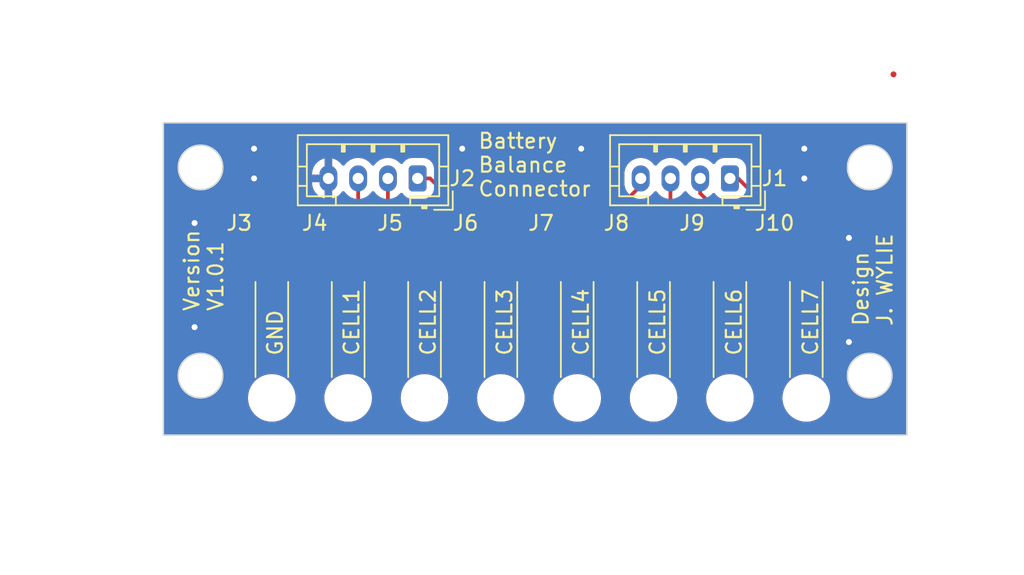
<source format=kicad_pcb>
(kicad_pcb (version 20221018) (generator pcbnew)
  (layers (0 "F.Cu" signal) (31 "B.Cu" signal) (34 "B.Paste" user) (35 "F.Paste" user) (36 "B.SilkS" user "B.Silkscreen") (37 "F.SilkS" user "F.Silkscreen") (38 "B.Mask" user) (39 "F.Mask" user) (44 "Edge.Cuts" user))
  (net 0 "")
  (net 1 "/CELL7")
  (net 2 "/CELL6")
  (net 3 "/CELL5")
  (net 4 "/CELL4")
  (net 5 "GND")
  (net 6 "/CELL1")
  (net 7 "/CELL2")
  (net 8 "/CELL3")
  (footprint "Connector_Wire:SolderWirePad_1x01_SMD_2x4mm_2.7mmRelief" (layer "F.Cu") (at 104.33125 78.5)
    (fp_text reference "J7" (at -2.43193 -1.76) (layer "F.SilkS"))
    (fp_text value "Conn_01x01")
    (fp_line (start -1.1 2.2) (end -1.1 8.6) (stroke (width 0.12)) (layer "F.SilkS"))
    (fp_line (start 1.1 2.2) (end 1.1 8.6) (stroke (width 0.12)) (layer "F.SilkS"))
    (pad "" np_thru_hole circle (at 0 10) (size 2.7 2.7) (drill 2.7) (layers "F&B.Cu" "*.Mask"))
    (pad "1" smd rect (at 0 0) (size 2 4) (layers "F.Cu" "F.Paste" "F.Mask") (net 4 "/CELL4"))
  )
  (footprint "Connector_Wire:SolderWirePad_1x01_SMD_2x4mm_2.7mmRelief" (layer "F.Cu") (at 109.465625 78.5)
    (fp_text reference "J8" (at -2.491475 -1.76) (layer "F.SilkS"))
    (fp_text value "Conn_01x01")
    (fp_line (start -1.1 2.2) (end -1.1 8.6) (stroke (width 0.12)) (layer "F.SilkS"))
    (fp_line (start 1.1 2.2) (end 1.1 8.6) (stroke (width 0.12)) (layer "F.SilkS"))
    (pad "" np_thru_hole circle (at 0 10) (size 2.7 2.7) (drill 2.7) (layers "F&B.Cu" "*.Mask"))
    (pad "1" smd rect (at 0 0) (size 2 4) (layers "F.Cu" "F.Paste" "F.Mask") (net 3 "/CELL5"))
  )
  (footprint "Connector_Wire:SolderWirePad_1x01_SMD_2x4mm_2.7mmRelief" (layer "F.Cu") (at 88.928125 78.5)
    (fp_text reference "J4" (at -2.253295 -1.76) (layer "F.SilkS"))
    (fp_text value "Conn_01x01")
    (fp_line (start -1.1 2.2) (end -1.1 8.6) (stroke (width 0.12)) (layer "F.SilkS"))
    (fp_line (start 1.1 2.2) (end 1.1 8.6) (stroke (width 0.12)) (layer "F.SilkS"))
    (pad "" np_thru_hole circle (at 0 10) (size 2.7 2.7) (drill 2.7) (layers "F&B.Cu" "*.Mask"))
    (pad "1" smd rect (at 0 0) (size 2 4) (layers "F.Cu" "F.Paste" "F.Mask") (net 6 "/CELL1"))
  )
  (footprint "Connector_Wire:SolderWirePad_1x01_SMD_2x4mm_2.7mmRelief" (layer "F.Cu") (at 83.79375 78.5)
    (fp_text reference "J3" (at -2.19375 -1.76) (layer "F.SilkS"))
    (fp_text value "Conn_01x01")
    (fp_line (start -1.1 2.2) (end -1.1 8.6) (stroke (width 0.12)) (layer "F.SilkS"))
    (fp_line (start 1.1 2.2) (end 1.1 8.6) (stroke (width 0.12)) (layer "F.SilkS"))
    (pad "" np_thru_hole circle (at 0 10) (size 2.7 2.7) (drill 2.7) (layers "F&B.Cu" "*.Mask"))
    (pad "1" smd rect (at 0 0) (size 2 4) (layers "F.Cu" "F.Paste" "F.Mask") (net 5 "GND"))
  )
  (footprint "Connector_Wire:SolderWirePad_1x01_SMD_2x4mm_2.7mmRelief" (layer "F.Cu") (at 99.196875 78.5)
    (fp_text reference "J6" (at -2.372385 -1.76) (layer "F.SilkS"))
    (fp_text value "Conn_01x01")
    (fp_line (start -1.1 2.2) (end -1.1 8.6) (stroke (width 0.12)) (layer "F.SilkS"))
    (fp_line (start 1.1 2.2) (end 1.1 8.6) (stroke (width 0.12)) (layer "F.SilkS"))
    (pad "" np_thru_hole circle (at 0 10) (size 2.7 2.7) (drill 2.7) (layers "F&B.Cu" "*.Mask"))
    (pad "1" smd rect (at 0 0) (size 2 4) (layers "F.Cu" "F.Paste" "F.Mask") (net 8 "/CELL3"))
  )
  (footprint "Connector_Wire:SolderWirePad_1x01_SMD_2x4mm_2.7mmRelief" (layer "F.Cu") (at 119.734375 78.5)
    (fp_text reference "J10" (at -2.134375 -1.76) (layer "F.SilkS"))
    (fp_text value "Conn_01x01")
    (fp_line (start -1.1 2.2) (end -1.1 8.6) (stroke (width 0.12)) (layer "F.SilkS"))
    (fp_line (start 1.1 2.2) (end 1.1 8.6) (stroke (width 0.12)) (layer "F.SilkS"))
    (pad "" np_thru_hole circle (at 0 10) (size 2.7 2.7) (drill 2.7) (layers "F&B.Cu" "*.Mask"))
    (pad "1" smd rect (at 0 0) (size 2 4) (layers "F.Cu" "F.Paste" "F.Mask") (net 1 "/CELL7"))
  )
  (footprint "Connector_Wire:SolderWirePad_1x01_SMD_2x4mm_2.7mmRelief" (layer "F.Cu") (at 94.0625 78.5)
    (fp_text reference "J5" (at -2.31284 -1.76) (layer "F.SilkS"))
    (fp_text value "Conn_01x01")
    (fp_line (start -1.1 2.2) (end -1.1 8.6) (stroke (width 0.12)) (layer "F.SilkS"))
    (fp_line (start 1.1 2.2) (end 1.1 8.6) (stroke (width 0.12)) (layer "F.SilkS"))
    (pad "" np_thru_hole circle (at 0 10) (size 2.7 2.7) (drill 2.7) (layers "F&B.Cu" "*.Mask"))
    (pad "1" smd rect (at 0 0) (size 2 4) (layers "F.Cu" "F.Paste" "F.Mask") (net 7 "/CELL2"))
  )
  (footprint "Connector_Wire:SolderWirePad_1x01_SMD_2x4mm_2.7mmRelief" (layer "F.Cu") (at 114.6 78.5)
    (fp_text reference "J9" (at -2.55102 -1.76) (layer "F.SilkS"))
    (fp_text value "Conn_01x01")
    (fp_line (start -1.1 2.2) (end -1.1 8.6) (stroke (width 0.12)) (layer "F.SilkS"))
    (fp_line (start 1.1 2.2) (end 1.1 8.6) (stroke (width 0.12)) (layer "F.SilkS"))
    (pad "" np_thru_hole circle (at 0 10) (size 2.7 2.7) (drill 2.7) (layers "F&B.Cu" "*.Mask"))
    (pad "1" smd rect (at 0 0) (size 2 4) (layers "F.Cu" "F.Paste" "F.Mask") (net 2 "/CELL6"))
  )
  (footprint "Connector_JST:JST_PH_B4B-PH-K_1x04_P2.00mm_Vertical" (layer "F.Cu") (at 93.6 73.74 180)
    (fp_text reference "J2" (at -3 0 180) (layer "F.SilkS"))
    (fp_text value "Conn_01x04")
    (fp_line (start -2.36 -2.11) (end -2.36 -0.86) (stroke (width 0.12)) (layer "F.SilkS"))
    (fp_line (start -2.06 -1.81) (end -2.06 2.91) (stroke (width 0.12)) (layer "F.SilkS"))
    (fp_line (start -2.06 -0.5) (end -1.45 -0.5) (stroke (width 0.12)) (layer "F.SilkS"))
    (fp_line (start -2.06 0.8) (end -1.45 0.8) (stroke (width 0.12)) (layer "F.SilkS"))
    (fp_line (start -2.06 2.91) (end 8.06 2.91) (stroke (width 0.12)) (layer "F.SilkS"))
    (fp_line (start -1.45 -1.2) (end -1.45 2.3) (stroke (width 0.12)) (layer "F.SilkS"))
    (fp_line (start -1.45 2.3) (end 7.45 2.3) (stroke (width 0.12)) (layer "F.SilkS"))
    (fp_line (start -1.11 -2.11) (end -2.36 -2.11) (stroke (width 0.12)) (layer "F.SilkS"))
    (fp_line (start -0.6 -2.01) (end -0.6 -1.81) (stroke (width 0.12)) (layer "F.SilkS"))
    (fp_line (start -0.3 -2.01) (end -0.6 -2.01) (stroke (width 0.12)) (layer "F.SilkS"))
    (fp_line (start -0.3 -1.91) (end -0.6 -1.91) (stroke (width 0.12)) (layer "F.SilkS"))
    (fp_line (start -0.3 -1.81) (end -0.3 -2.01) (stroke (width 0.12)) (layer "F.SilkS"))
    (fp_line (start 0.5 -1.81) (end 0.5 -1.2) (stroke (width 0.12)) (layer "F.SilkS"))
    (fp_line (start 0.5 -1.2) (end -1.45 -1.2) (stroke (width 0.12)) (layer "F.SilkS"))
    (fp_line (start 0.9 1.8) (end 1.1 1.8) (stroke (width 0.12)) (layer "F.SilkS"))
    (fp_line (start 0.9 2.3) (end 0.9 1.8) (stroke (width 0.12)) (layer "F.SilkS"))
    (fp_line (start 1 2.3) (end 1 1.8) (stroke (width 0.12)) (layer "F.SilkS"))
    (fp_line (start 1.1 1.8) (end 1.1 2.3) (stroke (width 0.12)) (layer "F.SilkS"))
    (fp_line (start 2.9 1.8) (end 3.1 1.8) (stroke (width 0.12)) (layer "F.SilkS"))
    (fp_line (start 2.9 2.3) (end 2.9 1.8) (stroke (width 0.12)) (layer "F.SilkS"))
    (fp_line (start 3 2.3) (end 3 1.8) (stroke (width 0.12)) (layer "F.SilkS"))
    (fp_line (start 3.1 1.8) (end 3.1 2.3) (stroke (width 0.12)) (layer "F.SilkS"))
    (fp_line (start 4.9 1.8) (end 5.1 1.8) (stroke (width 0.12)) (layer "F.SilkS"))
    (fp_line (start 4.9 2.3) (end 4.9 1.8) (stroke (width 0.12)) (layer "F.SilkS"))
    (fp_line (start 5 2.3) (end 5 1.8) (stroke (width 0.12)) (layer "F.SilkS"))
    (fp_line (start 5.1 1.8) (end 5.1 2.3) (stroke (width 0.12)) (layer "F.SilkS"))
    (fp_line (start 5.5 -1.2) (end 5.5 -1.81) (stroke (width 0.12)) (layer "F.SilkS"))
    (fp_line (start 7.45 -1.2) (end 5.5 -1.2) (stroke (width 0.12)) (layer "F.SilkS"))
    (fp_line (start 7.45 2.3) (end 7.45 -1.2) (stroke (width 0.12)) (layer "F.SilkS"))
    (fp_line (start 8.06 -1.81) (end -2.06 -1.81) (stroke (width 0.12)) (layer "F.SilkS"))
    (fp_line (start 8.06 -0.5) (end 7.45 -0.5) (stroke (width 0.12)) (layer "F.SilkS"))
    (fp_line (start 8.06 0.8) (end 7.45 0.8) (stroke (width 0.12)) (layer "F.SilkS"))
    (fp_line (start 8.06 2.91) (end 8.06 -1.81) (stroke (width 0.12)) (layer "F.SilkS"))
    (pad "1" thru_hole roundrect (at 0 0 180) (size 1.2 1.75) (drill 0.75) (layers "*.Cu" "*.Mask") (roundrect_rratio 0.2083333333) (net 8 "/CELL3"))
    (pad "2" thru_hole oval (at 2 0 180) (size 1.2 1.75) (drill 0.75) (layers "*.Cu" "*.Mask") (net 7 "/CELL2"))
    (pad "3" thru_hole oval (at 4 0 180) (size 1.2 1.75) (drill 0.75) (layers "*.Cu" "*.Mask") (net 6 "/CELL1"))
    (pad "4" thru_hole oval (at 6 0 180) (size 1.2 1.75) (drill 0.75) (layers "*.Cu" "*.Mask") (net 5 "GND"))
  )
  (footprint "Connector_JST:JST_PH_B4B-PH-K_1x04_P2.00mm_Vertical" (layer "F.Cu") (at 114.6 73.74 180)
    (fp_text reference "J1" (at -3 0 180) (layer "F.SilkS"))
    (fp_text value "Conn_01x04")
    (fp_line (start -2.36 -2.11) (end -2.36 -0.86) (stroke (width 0.12)) (layer "F.SilkS"))
    (fp_line (start -2.06 -1.81) (end -2.06 2.91) (stroke (width 0.12)) (layer "F.SilkS"))
    (fp_line (start -2.06 -0.5) (end -1.45 -0.5) (stroke (width 0.12)) (layer "F.SilkS"))
    (fp_line (start -2.06 0.8) (end -1.45 0.8) (stroke (width 0.12)) (layer "F.SilkS"))
    (fp_line (start -2.06 2.91) (end 8.06 2.91) (stroke (width 0.12)) (layer "F.SilkS"))
    (fp_line (start -1.45 -1.2) (end -1.45 2.3) (stroke (width 0.12)) (layer "F.SilkS"))
    (fp_line (start -1.45 2.3) (end 7.45 2.3) (stroke (width 0.12)) (layer "F.SilkS"))
    (fp_line (start -1.11 -2.11) (end -2.36 -2.11) (stroke (width 0.12)) (layer "F.SilkS"))
    (fp_line (start -0.6 -2.01) (end -0.6 -1.81) (stroke (width 0.12)) (layer "F.SilkS"))
    (fp_line (start -0.3 -2.01) (end -0.6 -2.01) (stroke (width 0.12)) (layer "F.SilkS"))
    (fp_line (start -0.3 -1.91) (end -0.6 -1.91) (stroke (width 0.12)) (layer "F.SilkS"))
    (fp_line (start -0.3 -1.81) (end -0.3 -2.01) (stroke (width 0.12)) (layer "F.SilkS"))
    (fp_line (start 0.5 -1.81) (end 0.5 -1.2) (stroke (width 0.12)) (layer "F.SilkS"))
    (fp_line (start 0.5 -1.2) (end -1.45 -1.2) (stroke (width 0.12)) (layer "F.SilkS"))
    (fp_line (start 0.9 1.8) (end 1.1 1.8) (stroke (width 0.12)) (layer "F.SilkS"))
    (fp_line (start 0.9 2.3) (end 0.9 1.8) (stroke (width 0.12)) (layer "F.SilkS"))
    (fp_line (start 1 2.3) (end 1 1.8) (stroke (width 0.12)) (layer "F.SilkS"))
    (fp_line (start 1.1 1.8) (end 1.1 2.3) (stroke (width 0.12)) (layer "F.SilkS"))
    (fp_line (start 2.9 1.8) (end 3.1 1.8) (stroke (width 0.12)) (layer "F.SilkS"))
    (fp_line (start 2.9 2.3) (end 2.9 1.8) (stroke (width 0.12)) (layer "F.SilkS"))
    (fp_line (start 3 2.3) (end 3 1.8) (stroke (width 0.12)) (layer "F.SilkS"))
    (fp_line (start 3.1 1.8) (end 3.1 2.3) (stroke (width 0.12)) (layer "F.SilkS"))
    (fp_line (start 4.9 1.8) (end 5.1 1.8) (stroke (width 0.12)) (layer "F.SilkS"))
    (fp_line (start 4.9 2.3) (end 4.9 1.8) (stroke (width 0.12)) (layer "F.SilkS"))
    (fp_line (start 5 2.3) (end 5 1.8) (stroke (width 0.12)) (layer "F.SilkS"))
    (fp_line (start 5.1 1.8) (end 5.1 2.3) (stroke (width 0.12)) (layer "F.SilkS"))
    (fp_line (start 5.5 -1.2) (end 5.5 -1.81) (stroke (width 0.12)) (layer "F.SilkS"))
    (fp_line (start 7.45 -1.2) (end 5.5 -1.2) (stroke (width 0.12)) (layer "F.SilkS"))
    (fp_line (start 7.45 2.3) (end 7.45 -1.2) (stroke (width 0.12)) (layer "F.SilkS"))
    (fp_line (start 8.06 -1.81) (end -2.06 -1.81) (stroke (width 0.12)) (layer "F.SilkS"))
    (fp_line (start 8.06 -0.5) (end 7.45 -0.5) (stroke (width 0.12)) (layer "F.SilkS"))
    (fp_line (start 8.06 0.8) (end 7.45 0.8) (stroke (width 0.12)) (layer "F.SilkS"))
    (fp_line (start 8.06 2.91) (end 8.06 -1.81) (stroke (width 0.12)) (layer "F.SilkS"))
    (pad "1" thru_hole roundrect (at 0 0 180) (size 1.2 1.75) (drill 0.75) (layers "*.Cu" "*.Mask") (roundrect_rratio 0.2083333333) (net 1 "/CELL7"))
    (pad "2" thru_hole oval (at 2 0 180) (size 1.2 1.75) (drill 0.75) (layers "*.Cu" "*.Mask") (net 2 "/CELL6"))
    (pad "3" thru_hole oval (at 4 0 180) (size 1.2 1.75) (drill 0.75) (layers "*.Cu" "*.Mask") (net 3 "/CELL5"))
    (pad "4" thru_hole oval (at 6 0 180) (size 1.2 1.75) (drill 0.75) (layers "*.Cu" "*.Mask") (net 4 "/CELL4"))
  )
  (gr_circle (center 125.6 66.74) (end 125.6 66.74) (stroke (width 0.2)) (fill none) (layer "F.Cu"))
  (gr_circle (center 124 73) (end 125.5 73) (stroke (width 0.1)) (fill none) (layer "Edge.Cuts"))
  (gr_line (start 126.5 91) (end 126.5 70) (stroke (width 0.1)) (layer "Edge.Cuts"))
  (gr_line (start 76.5 70) (end 76.5 91) (stroke (width 0.1)) (layer "Edge.Cuts"))
  (gr_circle (center 79 73) (end 80.5 73) (stroke (width 0.1)) (fill none) (layer "Edge.Cuts"))
  (gr_circle (center 79 87) (end 80.5 87) (stroke (width 0.1)) (fill none) (layer "Edge.Cuts"))
  (gr_line (start 126.5 70) (end 76.5 70) (stroke (width 0.1)) (layer "Edge.Cuts"))
  (gr_line (start 76.5 91) (end 126.5 91) (stroke (width 0.1)) (layer "Edge.Cuts"))
  (gr_circle (center 124 87) (end 125.5 87) (stroke (width 0.1)) (fill none) (layer "Edge.Cuts"))
  (gr_text "CELL1" (at 89.742857 85.74 90) (layer "F.SilkS") (effects (font (size 1 1)) (justify left bottom)))
  (gr_text "CELL2" (at 94.885714 85.74 90) (layer "F.SilkS") (effects (font (size 1 1)) (justify left bottom)))
  (gr_text "Battery\nBalance\nConnector" (at 97.601322 75.022962) (layer "F.SilkS") (effects (font (size 1 1)) (justify left bottom)))
  (gr_text "Design\nJ. WYLIE" (at 125.6 83.74 90) (layer "F.SilkS") (effects (font (size 1 1)) (justify left bottom)))
  (gr_text "CELL3" (at 100.028571 85.74 90) (layer "F.SilkS") (effects (font (size 1 1)) (justify left bottom)))
  (gr_text "CELL6" (at 115.457142 85.74 90) (layer "F.SilkS") (effects (font (size 1 1)) (justify left bottom)))
  (gr_text "CELL4" (at 105.171428 85.74 90) (layer "F.SilkS") (effects (font (size 1 1)) (justify left bottom)))
  (gr_text "Version\nV1.0.1" (at 80.6 82.74 90) (layer "F.SilkS") (effects (font (size 1 1)) (justify left bottom)))
  (gr_text "CELL7" (at 120.6 85.74 90) (layer "F.SilkS") (effects (font (size 1 1)) (justify left bottom)))
  (gr_text "GND" (at 84.6 85.74 90) (layer "F.SilkS") (effects (font (size 1 1)) (justify left bottom)))
  (gr_text "CELL5" (at 110.314285 85.74 90) (layer "F.SilkS") (effects (font (size 1 1)) (justify left bottom)))
  (segment (start 119.734375 78.324375) (end 115.15 73.74) (width 0.25) (layer "F.Cu") (net 1))
  (segment (start 119.734375 78.5) (end 119.734375 78.324375) (width 0.25) (layer "F.Cu") (net 1))
  (segment (start 115.15 73.74) (end 114.6 73.74) (width 0.25) (layer "F.Cu") (net 1))
  (segment (start 114.6 76.74) (end 112.6 74.74) (width 0.25) (layer "F.Cu") (net 2))
  (segment (start 112.6 74.74) (end 112.6 73.74) (width 0.25) (layer "F.Cu") (net 2))
  (segment (start 114.6 78.5) (end 114.6 76.74) (width 0.25) (layer "F.Cu") (net 2))
  (segment (start 110.6 75.74) (end 110.6 73.74) (width 0.25) (layer "F.Cu") (net 3))
  (segment (start 109.465625 78.5) (end 109.465625 76.874375) (width 0.25) (layer "F.Cu") (net 3))
  (segment (start 109.465625 76.874375) (end 110.6 75.74) (width 0.25) (layer "F.Cu") (net 3))
  (segment (start 108.6 74.23125) (end 108.6 73.74) (width 0.25) (layer "F.Cu") (net 4))
  (segment (start 104.33125 78.5) (end 108.6 74.23125) (width 0.25) (layer "F.Cu") (net 4))
  (segment (start 87.6 74.69375) (end 87.6 73.74) (width 0.25) (layer "F.Cu") (net 5))
  (via (at 119.6 73.74) (size 0.8) (drill 0.4) (layers "F.Cu" "B.Cu") (net 5))
  (via (at 96.6 71.74) (size 0.8) (drill 0.4) (layers "F.Cu" "B.Cu") (net 5))
  (via (at 122.6 77.74) (size 0.8) (drill 0.4) (layers "F.Cu" "B.Cu") (net 5))
  (via (at 78.6 83.74) (size 0.8) (drill 0.4) (layers "F.Cu" "B.Cu") (net 5))
  (via (at 122.6 84.74) (size 0.8) (drill 0.4) (layers "F.Cu" "B.Cu") (net 5))
  (via (at 119.6 71.74) (size 0.8) (drill 0.4) (layers "F.Cu" "B.Cu") (net 5))
  (via (at 82.6 73.74) (size 0.8) (drill 0.4) (layers "F.Cu" "B.Cu") (net 5))
  (via (at 104.6 71.74) (size 0.8) (drill 0.4) (layers "F.Cu" "B.Cu") (net 5))
  (via (at 82.6 71.74) (size 0.8) (drill 0.4) (layers "F.Cu" "B.Cu") (net 5))
  (via (at 78.6 76.74) (size 0.8) (drill 0.4) (layers "F.Cu" "B.Cu") (net 5))
  (segment (start 88.928125 76.411875) (end 89.6 75.74) (width 0.25) (layer "F.Cu") (net 6))
  (segment (start 89.6 75.74) (end 89.6 73.74) (width 0.25) (layer "F.Cu") (net 6))
  (segment (start 88.928125 78.5) (end 88.928125 76.411875) (width 0.25) (layer "F.Cu") (net 6))
  (segment (start 94.0625 78.2025) (end 91.6 75.74) (width 0.25) (layer "F.Cu") (net 7))
  (segment (start 91.6 75.74) (end 91.6 73.74) (width 0.25) (layer "F.Cu") (net 7))
  (segment (start 94.0625 78.5) (end 94.0625 78.2025) (width 0.25) (layer "F.Cu") (net 7))
  (segment (start 99.196875 78.5) (end 94.436875 73.74) (width 0.25) (layer "F.Cu") (net 8))
  (segment (start 94.436875 73.74) (end 93.6 73.74) (width 0.25) (layer "F.Cu") (net 8))
  (zone (net 5) (net_name "GND") (layers "F&B.Cu") (connect_pads (clearance 0.5)) (min_thickness 0.25) (fill yes (thermal_gap 0.5) (thermal_bridge_width 0.5))
    (polygon (pts (xy 75.6 69.74) (xy 126.6 69.74) (xy 126.6 91.74) (xy 75.6 91.74)))
  )
)
</source>
